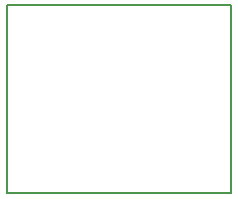
<source format=gko>
G04*
G04 #@! TF.GenerationSoftware,Altium Limited,Altium Designer,18.0.11 (651)*
G04*
G04 Layer_Color=16711935*
%FSLAX25Y25*%
%MOIN*%
G70*
G01*
G75*
%ADD11C,0.00787*%
D11*
Y62992D02*
X74803D01*
X0Y394D02*
Y62992D01*
Y394D02*
X74803D01*
Y62992D01*
M02*

</source>
